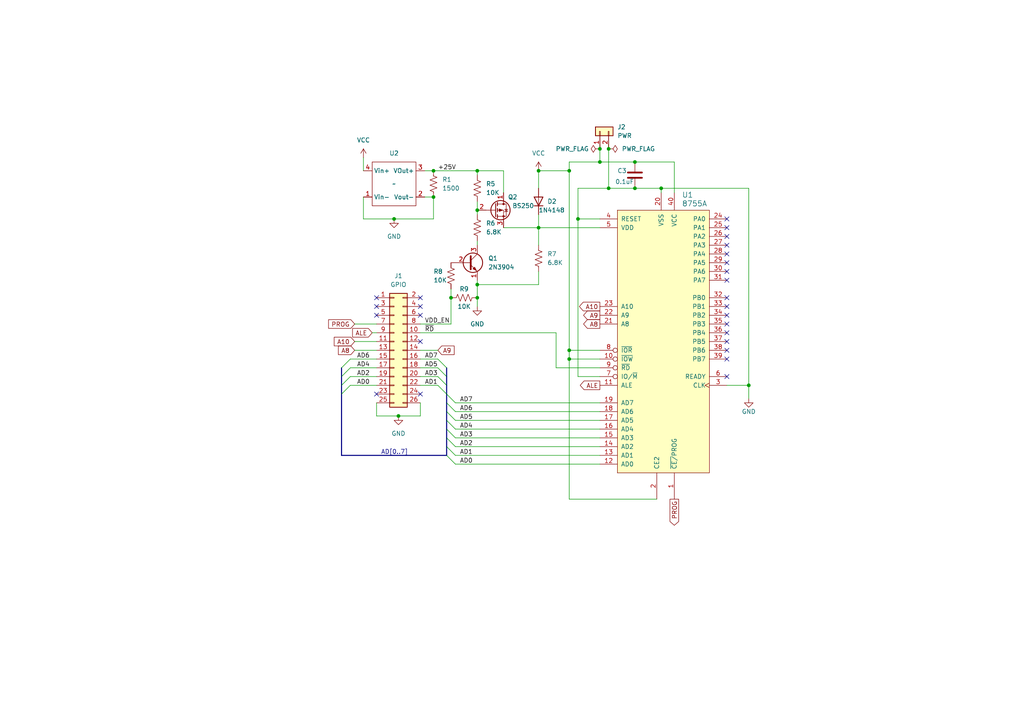
<source format=kicad_sch>
(kicad_sch (version 20230121) (generator eeschema)
  (paper "A4")
  (title_block (title "SDK-85 8755A EPROM Programmer") (date "2023-09-16") (company "Jim Shortz"))
  (lib_symbols
    (symbol "8088:8755A" (pin_names (offset 1.016))
      (property "Reference" "U" (at 0 0 0))
      (property "Value" "8755A" (at 0 2.54 0))
      (symbol "8755A_0_1"
        (rectangle (start 13.97 38.1) (end -12.7 -38.1) (fill (type background)))
      )
      (symbol "8755A_1_1"
        (pin input line (at 3.81 -45.72 90) (length 7.62) (name "~{CE/}PROG") (number "1"))
        (pin input inverted (at -17.78 -5.08 0) (length 5.08) (name "~{IOW}") (number "10"))
        (pin input line (at -17.78 -12.7 0) (length 5.08) (name "ALE") (number "11"))
        (pin bidirectional line (at -17.78 -35.56 0) (length 5.08) (name "AD0") (number "12"))
        (pin bidirectional line (at -17.78 -33.02 0) (length 5.08) (name "AD1") (number "13"))
        (pin bidirectional line (at -17.78 -30.48 0) (length 5.08) (name "AD2") (number "14"))
        (pin bidirectional line (at -17.78 -27.94 0) (length 5.08) (name "AD3") (number "15"))
        (pin bidirectional line (at -17.78 -25.4 0) (length 5.08) (name "AD4") (number "16"))
        (pin bidirectional line (at -17.78 -22.86 0) (length 5.08) (name "AD5") (number "17"))
        (pin bidirectional line (at -17.78 -20.32 0) (length 5.08) (name "AD6") (number "18"))
        (pin bidirectional line (at -17.78 -17.78 0) (length 5.08) (name "AD7") (number "19"))
        (pin input line (at -1.27 -45.72 90) (length 7.62) (name "CE2") (number "2"))
        (pin power_in line (at 0 43.18 270) (length 5.08) (name "VSS") (number "20"))
        (pin input line (at -17.78 5.08 0) (length 5.08) (name "A8") (number "21"))
        (pin input line (at -17.78 7.62 0) (length 5.08) (name "A9") (number "22"))
        (pin input line (at -17.78 10.16 0) (length 5.08) (name "A10") (number "23"))
        (pin bidirectional line (at 19.05 35.56 180) (length 5.08) (name "PA0") (number "24"))
        (pin bidirectional line (at 19.05 33.02 180) (length 5.08) (name "PA1") (number "25"))
        (pin bidirectional line (at 19.05 30.48 180) (length 5.08) (name "PA2") (number "26"))
        (pin bidirectional line (at 19.05 27.94 180) (length 5.08) (name "PA3") (number "27"))
        (pin bidirectional line (at 19.05 25.4 180) (length 5.08) (name "PA4") (number "28"))
        (pin bidirectional line (at 19.05 22.86 180) (length 5.08) (name "PA5") (number "29"))
        (pin input clock (at 19.05 -12.7 180) (length 5.08) (name "CLK") (number "3"))
        (pin bidirectional line (at 19.05 20.32 180) (length 5.08) (name "PA6") (number "30"))
        (pin bidirectional line (at 19.05 17.78 180) (length 5.08) (name "PA7") (number "31"))
        (pin bidirectional line (at 19.05 12.7 180) (length 5.08) (name "PB0") (number "32"))
        (pin bidirectional line (at 19.05 10.16 180) (length 5.08) (name "PB1") (number "33"))
        (pin bidirectional line (at 19.05 7.62 180) (length 5.08) (name "PB2") (number "34"))
        (pin bidirectional line (at 19.05 5.08 180) (length 5.08) (name "PB3") (number "35"))
        (pin bidirectional line (at 19.05 2.54 180) (length 5.08) (name "PB4") (number "36"))
        (pin bidirectional line (at 19.05 0 180) (length 5.08) (name "PB5") (number "37"))
        (pin bidirectional line (at 19.05 -2.54 180) (length 5.08) (name "PB6") (number "38"))
        (pin bidirectional line (at 19.05 -5.08 180) (length 5.08) (name "PB7") (number "39"))
        (pin input line (at -17.78 35.56 0) (length 5.08) (name "RESET") (number "4"))
        (pin power_in line (at 3.81 43.18 270) (length 5.08) (name "VCC") (number "40"))
        (pin power_in line (at -17.78 33.02 0) (length 5.08) (name "VDD") (number "5"))
        (pin tri_state line (at 19.05 -10.16 180) (length 5.08) (name "READY") (number "6"))
        (pin input inverted (at -17.78 -10.16 0) (length 5.08) (name "IO/~{M}") (number "7"))
        (pin input inverted (at -17.78 -2.54 0) (length 5.08) (name "~{IOR}") (number "8"))
        (pin input inverted (at -17.78 -7.62 0) (length 5.08) (name "~{RD}") (number "9"))
      )
    )
    (symbol "Connector_Generic:Conn_01x02" (pin_names (offset 1.016) hide)
      (property "Reference" "J" (at 0 2.54 0))
      (property "Value" "Conn_01x02" (at 0 -5.08 0))
      (symbol "Conn_01x02_1_1"
        (rectangle (start -1.27 -2.413) (end 0 -2.667) (stroke (width 0.1524)))
        (rectangle (start -1.27 0.127) (end 0 -0.127) (stroke (width 0.1524)))
        (rectangle (start -1.27 1.27) (end 1.27 -3.81) (stroke (width 0.254)) (fill (type background)))
        (pin passive line (at -5.08 0 0) (length 3.81) (name "Pin_1") (number "1"))
        (pin passive line (at -5.08 -2.54 0) (length 3.81) (name "Pin_2") (number "2"))
      )
    )
    (symbol "Connector_Generic:Conn_02x13_Odd_Even" (pin_names (offset 1.016) hide)
      (property "Reference" "J" (at 1.27 17.78 0))
      (property "Value" "Conn_02x13_Odd_Even" (at 1.27 -17.78 0))
      (symbol "Conn_02x13_Odd_Even_1_1"
        (rectangle (start -1.27 -15.113) (end 0 -15.367) (stroke (width 0.1524)))
        (rectangle (start -1.27 -12.573) (end 0 -12.827) (stroke (width 0.1524)))
        (rectangle (start -1.27 -10.033) (end 0 -10.287) (stroke (width 0.1524)))
        (rectangle (start -1.27 -7.493) (end 0 -7.747) (stroke (width 0.1524)))
        (rectangle (start -1.27 -4.953) (end 0 -5.207) (stroke (width 0.1524)))
        (rectangle (start -1.27 -2.413) (end 0 -2.667) (stroke (width 0.1524)))
        (rectangle (start -1.27 0.127) (end 0 -0.127) (stroke (width 0.1524)))
        (rectangle (start -1.27 2.667) (end 0 2.413) (stroke (width 0.1524)))
        (rectangle (start -1.27 5.207) (end 0 4.953) (stroke (width 0.1524)))
        (rectangle (start -1.27 7.747) (end 0 7.493) (stroke (width 0.1524)))
        (rectangle (start -1.27 10.287) (end 0 10.033) (stroke (width 0.1524)))
        (rectangle (start -1.27 12.827) (end 0 12.573) (stroke (width 0.1524)))
        (rectangle (start -1.27 15.367) (end 0 15.113) (stroke (width 0.1524)))
        (rectangle (start -1.27 16.51) (end 3.81 -16.51) (stroke (width 0.254)) (fill (type background)))
        (rectangle (start 3.81 -15.113) (end 2.54 -15.367) (stroke (width 0.1524)))
        (rectangle (start 3.81 -12.573) (end 2.54 -12.827) (stroke (width 0.1524)))
        (rectangle (start 3.81 -10.033) (end 2.54 -10.287) (stroke (width 0.1524)))
        (rectangle (start 3.81 -7.493) (end 2.54 -7.747) (stroke (width 0.1524)))
        (rectangle (start 3.81 -4.953) (end 2.54 -5.207) (stroke (width 0.1524)))
        (rectangle (start 3.81 -2.413) (end 2.54 -2.667) (stroke (width 0.1524)))
        (rectangle (start 3.81 0.127) (end 2.54 -0.127) (stroke (width 0.1524)))
        (rectangle (start 3.81 2.667) (end 2.54 2.413) (stroke (width 0.1524)))
        (rectangle (start 3.81 5.207) (end 2.54 4.953) (stroke (width 0.1524)))
        (rectangle (start 3.81 7.747) (end 2.54 7.493) (stroke (width 0.1524)))
        (rectangle (start 3.81 10.287) (end 2.54 10.033) (stroke (width 0.1524)))
        (rectangle (start 3.81 12.827) (end 2.54 12.573) (stroke (width 0.1524)))
        (rectangle (start 3.81 15.367) (end 2.54 15.113) (stroke (width 0.1524)))
        (pin passive line (at -5.08 15.24 0) (length 3.81) (name "Pin_1") (number "1"))
        (pin passive line (at 7.62 5.08 180) (length 3.81) (name "Pin_10") (number "10"))
        (pin passive line (at -5.08 2.54 0) (length 3.81) (name "Pin_11") (number "11"))
        (pin passive line (at 7.62 2.54 180) (length 3.81) (name "Pin_12") (number "12"))
        (pin passive line (at -5.08 0 0) (length 3.81) (name "Pin_13") (number "13"))
        (pin passive line (at 7.62 0 180) (length 3.81) (name "Pin_14") (number "14"))
        (pin passive line (at -5.08 -2.54 0) (length 3.81) (name "Pin_15") (number "15"))
        (pin passive line (at 7.62 -2.54 180) (length 3.81) (name "Pin_16") (number "16"))
        (pin passive line (at -5.08 -5.08 0) (length 3.81) (name "Pin_17") (number "17"))
        (pin passive line (at 7.62 -5.08 180) (length 3.81) (name "Pin_18") (number "18"))
        (pin passive line (at -5.08 -7.62 0) (length 3.81) (name "Pin_19") (number "19"))
        (pin passive line (at 7.62 15.24 180) (length 3.81) (name "Pin_2") (number "2"))
        (pin passive line (at 7.62 -7.62 180) (length 3.81) (name "Pin_20") (number "20"))
        (pin passive line (at -5.08 -10.16 0) (length 3.81) (name "Pin_21") (number "21"))
        (pin passive line (at 7.62 -10.16 180) (length 3.81) (name "Pin_22") (number "22"))
        (pin passive line (at -5.08 -12.7 0) (length 3.81) (name "Pin_23") (number "23"))
        (pin passive line (at 7.62 -12.7 180) (length 3.81) (name "Pin_24") (number "24"))
        (pin passive line (at -5.08 -15.24 0) (length 3.81) (name "Pin_25") (number "25"))
        (pin passive line (at 7.62 -15.24 180) (length 3.81) (name "Pin_26") (number "26"))
        (pin passive line (at -5.08 12.7 0) (length 3.81) (name "Pin_3") (number "3"))
        (pin passive line (at 7.62 12.7 180) (length 3.81) (name "Pin_4") (number "4"))
        (pin passive line (at -5.08 10.16 0) (length 3.81) (name "Pin_5") (number "5"))
        (pin passive line (at 7.62 10.16 180) (length 3.81) (name "Pin_6") (number "6"))
        (pin passive line (at -5.08 7.62 0) (length 3.81) (name "Pin_7") (number "7"))
        (pin passive line (at 7.62 7.62 180) (length 3.81) (name "Pin_8") (number "8"))
        (pin passive line (at -5.08 5.08 0) (length 3.81) (name "Pin_9") (number "9"))
      )
    )
    (symbol "Device:C" (pin_numbers hide) (pin_names (offset 0.254))
      (property "Reference" "C" (at 0.635 2.54 0))
      (property "Value" "C" (at 0.635 -2.54 0))
      (symbol "C_0_1"
        (polyline (pts (xy -2.032 -0.762) (xy 2.032 -0.762)) (stroke (width 0.508)))
        (polyline (pts (xy -2.032 0.762) (xy 2.032 0.762)) (stroke (width 0.508)))
      )
      (symbol "C_1_1"
        (pin passive line (at 0 3.81 270) (length 2.794) (name "~") (number "1"))
        (pin passive line (at 0 -3.81 90) (length 2.794) (name "~") (number "2"))
      )
    )
    (symbol "Device:R_US" (pin_numbers hide) (pin_names (offset 0))
      (property "Reference" "R" (at 2.54 0 90))
      (property "Value" "R_US" (at -2.54 0 90))
      (symbol "R_US_0_1"
        (polyline (pts (xy 0 -2.286) (xy 0 -2.54)))
        (polyline (pts (xy 0 2.286) (xy 0 2.54)))
        (polyline (pts (xy 0 -0.762) (xy 1.016 -1.143) (xy 0 -1.524) (xy -1.016 -1.905) (xy 0 -2.286)))
        (polyline (pts (xy 0 0.762) (xy 1.016 0.381) (xy 0 0) (xy -1.016 -0.381) (xy 0 -0.762)))
        (polyline (pts (xy 0 2.286) (xy 1.016 1.905) (xy 0 1.524) (xy -1.016 1.143) (xy 0 0.762)))
      )
      (symbol "R_US_1_1"
        (pin passive line (at 0 3.81 270) (length 1.27) (name "~") (number "1"))
        (pin passive line (at 0 -3.81 90) (length 1.27) (name "~") (number "2"))
      )
    )
    (symbol "Diode:1N4148" (pin_numbers hide) (pin_names hide)
      (property "Reference" "D" (at 0 2.54 0))
      (property "Value" "1N4148" (at 0 -2.54 0))
      (symbol "1N4148_0_1"
        (polyline (pts (xy -1.27 1.27) (xy -1.27 -1.27)) (stroke (width 0.254)))
        (polyline (pts (xy 1.27 0) (xy -1.27 0)))
        (polyline (pts (xy 1.27 1.27) (xy 1.27 -1.27) (xy -1.27 0) (xy 1.27 1.27)) (stroke (width 0.254)))
      )
      (symbol "1N4148_1_1"
        (pin passive line (at -3.81 0 0) (length 2.54) (name "K") (number "1"))
        (pin passive line (at 3.81 0 180) (length 2.54) (name "A") (number "2"))
      )
    )
    (symbol "Transistor_BJT:2N3904" (pin_names (offset 0) hide)
      (property "Reference" "Q" (at 5.08 1.905 0))
      (property "Value" "2N3904" (at 5.08 0 0))
      (symbol "2N3904_0_1"
        (polyline (pts (xy 0.635 0.635) (xy 2.54 2.54)))
        (polyline (pts (xy 0.635 -0.635) (xy 2.54 -2.54) (xy 2.54 -2.54)))
        (polyline (pts (xy 0.635 1.905) (xy 0.635 -1.905) (xy 0.635 -1.905)) (stroke (width 0.508)))
        (polyline (pts (xy 1.27 -1.778) (xy 1.778 -1.27) (xy 2.286 -2.286) (xy 1.27 -1.778) (xy 1.27 -1.778)) (fill (type outline)))
        (circle (center 1.27 0) (radius 2.8194) (stroke (width 0.254)))
      )
      (symbol "2N3904_1_1"
        (pin passive line (at 2.54 -5.08 90) (length 2.54) (name "E") (number "1"))
        (pin passive line (at -5.08 0 0) (length 5.715) (name "B") (number "2"))
        (pin passive line (at 2.54 5.08 270) (length 2.54) (name "C") (number "3"))
      )
    )
    (symbol "Transistor_FET:BS250" (pin_names hide)
      (property "Reference" "Q" (at 5.08 1.905 0))
      (property "Value" "BS250" (at 5.08 0 0))
      (symbol "BS250_0_1"
        (polyline (pts (xy 0.254 0) (xy -2.54 0)))
        (polyline (pts (xy 0.254 1.905) (xy 0.254 -1.905)) (stroke (width 0.254)))
        (polyline (pts (xy 0.762 -1.27) (xy 0.762 -2.286)) (stroke (width 0.254)))
        (polyline (pts (xy 0.762 0.508) (xy 0.762 -0.508)) (stroke (width 0.254)))
        (polyline (pts (xy 0.762 2.286) (xy 0.762 1.27)) (stroke (width 0.254)))
        (polyline (pts (xy 2.54 2.54) (xy 2.54 1.778)))
        (polyline (pts (xy 2.54 -2.54) (xy 2.54 0) (xy 0.762 0)))
        (polyline (pts (xy 0.762 1.778) (xy 3.302 1.778) (xy 3.302 -1.778) (xy 0.762 -1.778)))
        (polyline (pts (xy 2.286 0) (xy 1.27 0.381) (xy 1.27 -0.381) (xy 2.286 0)) (fill (type outline)))
        (polyline (pts (xy 2.794 -0.508) (xy 2.921 -0.381) (xy 3.683 -0.381) (xy 3.81 -0.254)))
        (polyline (pts (xy 3.302 -0.381) (xy 2.921 0.254) (xy 3.683 0.254) (xy 3.302 -0.381)))
        (circle (center 1.651 0) (radius 2.794) (stroke (width 0.254)))
        (circle (center 2.54 -1.778) (radius 0.254) (fill (type outline)))
        (circle (center 2.54 1.778) (radius 0.254) (fill (type outline)))
      )
      (symbol "BS250_1_1"
        (pin passive line (at 2.54 5.08 270) (length 2.54) (name "D") (number "1"))
        (pin input line (at -5.08 0 0) (length 2.54) (name "G") (number "2"))
        (pin passive line (at 2.54 -5.08 90) (length 2.54) (name "S") (number "3"))
      )
    )
    (symbol "parts:MT3608_Module"
      (property "Reference" "U" (at 0 7.62 0))
      (symbol "MT3608_Module_0_1"
        (rectangle (start -6.35 6.35) (end 6.35 -6.35))
      )
      (symbol "MT3608_Module_1_1"
        (pin power_in line (at -8.89 -3.81 0) (length 2.54) (name "Vin-") (number "1"))
        (pin power_out line (at 8.89 -3.81 180) (length 2.54) (name "Vout-") (number "2"))
        (pin power_out line (at 8.89 3.81 180) (length 2.54) (name "VOut+") (number "3"))
        (pin power_in line (at -8.89 3.81 0) (length 2.54) (name "Vin+") (number "4"))
      )
    )
    (symbol "power:GND" (power) (pin_names (offset 0))
      (property "Value" "GND" (at 0 -3.81 0))
      (symbol "GND_0_1"
        (polyline (pts (xy 0 0) (xy 0 -1.27) (xy 1.27 -1.27) (xy 0 -2.54) (xy -1.27 -1.27) (xy 0 -1.27)))
      )
      (symbol "GND_1_1"
        (pin power_in line (at 0 0 270) (length 0) hide (name "GND") (number "1"))
      )
    )
    (symbol "power:PWR_FLAG" (power) (pin_numbers hide) (pin_names (offset 0) hide)
      (property "Value" "PWR_FLAG" (at 0 3.81 0))
      (symbol "PWR_FLAG_0_0"
        (pin power_out line (at 0 0 90) (length 0) (name "pwr") (number "1"))
      )
      (symbol "PWR_FLAG_0_1"
        (polyline (pts (xy 0 0) (xy 0 1.27) (xy -1.016 1.905) (xy 0 2.54) (xy 1.016 1.905) (xy 0 1.27)))
      )
    )
    (symbol "power:VCC" (power) (pin_names (offset 0))
      (property "Value" "VCC" (at 0 3.81 0))
      (symbol "VCC_0_1"
        (polyline (pts (xy -0.762 1.27) (xy 0 2.54)))
        (polyline (pts (xy 0 0) (xy 0 2.54)))
        (polyline (pts (xy 0 2.54) (xy 0.762 1.27)))
      )
      (symbol "VCC_1_1"
        (pin power_in line (at 0 0 90) (length 0) hide (name "VCC") (number "1"))
      )
    )
  )
  (junction (at 156.21 66.04))
  (junction (at 217.17 111.76))
  (junction (at 165.1 49.53))
  (junction (at 165.1 101.6))
  (junction (at 138.43 49.53))
  (junction (at 176.53 54.61))
  (junction (at 184.15 54.61))
  (junction (at 125.73 57.15))
  (junction (at 138.43 86.36))
  (junction (at 173.99 46.99))
  (junction (at 165.1 104.14))
  (junction (at 130.81 86.36))
  (junction (at 156.21 49.53))
  (junction (at 138.43 82.55))
  (junction (at 125.73 49.53))
  (junction (at 176.53 43.18))
  (junction (at 191.77 54.61))
  (junction (at 184.15 46.99))
  (junction (at 173.99 43.18))
  (junction (at 115.57 120.65))
  (junction (at 138.43 60.96))
  (junction (at 167.64 63.5))
  (junction (at 114.3 63.5))
  (no_connect (at 121.92 86.36))
  (no_connect (at 210.82 63.5))
  (no_connect (at 210.82 68.58))
  (no_connect (at 121.92 88.9))
  (no_connect (at 109.22 88.9))
  (no_connect (at 121.92 91.44))
  (no_connect (at 210.82 66.04))
  (no_connect (at 210.82 71.12))
  (no_connect (at 121.92 114.3))
  (no_connect (at 210.82 86.36))
  (no_connect (at 109.22 114.3))
  (no_connect (at 210.82 96.52))
  (no_connect (at 210.82 81.28))
  (no_connect (at 210.82 88.9))
  (no_connect (at 210.82 99.06))
  (no_connect (at 210.82 78.74))
  (no_connect (at 210.82 76.2))
  (no_connect (at 210.82 91.44))
  (no_connect (at 210.82 93.98))
  (no_connect (at 210.82 73.66))
  (no_connect (at 210.82 109.22))
  (no_connect (at 210.82 101.6))
  (no_connect (at 210.82 104.14))
  (no_connect (at 121.92 99.06))
  (no_connect (at 109.22 86.36))
  (no_connect (at 109.22 91.44))
  (bus_entry (at 99.06 109.22) (size 2.54 -2.54))
  (bus_entry (at 127 106.68) (size 2.54 2.54))
  (bus_entry (at 127 109.22) (size 2.54 2.54))
  (bus_entry (at 129.54 116.84) (size 2.54 2.54))
  (bus_entry (at 129.54 127) (size 2.54 2.54))
  (bus_entry (at 129.54 124.46) (size 2.54 2.54))
  (bus_entry (at 129.54 119.38) (size 2.54 2.54))
  (bus_entry (at 129.54 121.92) (size 2.54 2.54))
  (bus_entry (at 129.54 114.3) (size 2.54 2.54))
  (bus_entry (at 99.06 111.76) (size 2.54 -2.54))
  (bus_entry (at 99.06 114.3) (size 2.54 -2.54))
  (bus_entry (at 127 104.14) (size 2.54 2.54))
  (bus_entry (at 129.54 129.54) (size 2.54 2.54))
  (bus_entry (at 127 111.76) (size 2.54 2.54))
  (bus_entry (at 129.54 132.08) (size 2.54 2.54))
  (bus_entry (at 99.06 106.68) (size 2.54 -2.54))
  (wire (pts (xy 121.92 104.14) (xy 127 104.14)))
  (wire (pts (xy 121.92 109.22) (xy 127 109.22)))
  (wire (pts (xy 132.08 127) (xy 173.99 127)))
  (wire (pts (xy 156.21 71.12) (xy 156.21 66.04)))
  (wire (pts (xy 161.29 106.68) (xy 173.99 106.68)))
  (wire (pts (xy 191.77 54.61) (xy 191.77 55.88)))
  (wire (pts (xy 121.92 111.76) (xy 127 111.76)))
  (wire (pts (xy 217.17 115.57) (xy 217.17 111.76)))
  (wire (pts (xy 165.1 49.53) (xy 165.1 101.6)))
  (wire (pts (xy 156.21 78.74) (xy 156.21 82.55)))
  (wire (pts (xy 173.99 41.91) (xy 173.99 43.18)))
  (wire (pts (xy 217.17 54.61) (xy 217.17 111.76)))
  (wire (pts (xy 132.08 116.84) (xy 173.99 116.84)))
  (wire (pts (xy 173.99 46.99) (xy 184.15 46.99)))
  (bus (pts (xy 129.54 111.76) (xy 129.54 114.3)))
  (wire (pts (xy 109.22 120.65) (xy 115.57 120.65)))
  (wire (pts (xy 167.64 63.5) (xy 167.64 109.22)))
  (wire (pts (xy 101.6 104.14) (xy 109.22 104.14)))
  (wire (pts (xy 176.53 54.61) (xy 184.15 54.61)))
  (wire (pts (xy 121.92 93.98) (xy 130.81 93.98)))
  (wire (pts (xy 130.81 93.98) (xy 130.81 86.36)))
  (bus (pts (xy 129.54 109.22) (xy 129.54 111.76)))
  (wire (pts (xy 138.43 49.53) (xy 146.05 49.53)))
  (wire (pts (xy 165.1 144.78) (xy 190.5 144.78)))
  (wire (pts (xy 125.73 63.5) (xy 125.73 57.15)))
  (wire (pts (xy 195.58 46.99) (xy 195.58 55.88)))
  (wire (pts (xy 138.43 82.55) (xy 156.21 82.55)))
  (wire (pts (xy 132.08 134.62) (xy 173.99 134.62)))
  (wire (pts (xy 132.08 121.92) (xy 173.99 121.92)))
  (wire (pts (xy 132.08 132.08) (xy 173.99 132.08)))
  (wire (pts (xy 165.1 101.6) (xy 173.99 101.6)))
  (wire (pts (xy 165.1 104.14) (xy 173.99 104.14)))
  (wire (pts (xy 132.08 129.54) (xy 173.99 129.54)))
  (wire (pts (xy 105.41 57.15) (xy 105.41 63.5)))
  (wire (pts (xy 184.15 46.99) (xy 195.58 46.99)))
  (wire (pts (xy 121.92 106.68) (xy 127 106.68)))
  (wire (pts (xy 105.41 63.5) (xy 114.3 63.5)))
  (wire (pts (xy 156.21 49.53) (xy 165.1 49.53)))
  (wire (pts (xy 138.43 88.9) (xy 138.43 86.36)))
  (wire (pts (xy 132.08 119.38) (xy 173.99 119.38)))
  (wire (pts (xy 167.64 109.22) (xy 173.99 109.22)))
  (wire (pts (xy 121.92 116.84) (xy 121.92 120.65)))
  (bus (pts (xy 99.06 132.08) (xy 129.54 132.08)))
  (bus (pts (xy 129.54 106.68) (xy 129.54 109.22)))
  (wire (pts (xy 167.64 54.61) (xy 167.64 63.5)))
  (wire (pts (xy 125.73 49.53) (xy 138.43 49.53)))
  (wire (pts (xy 125.73 57.15) (xy 123.19 57.15)))
  (wire (pts (xy 167.64 63.5) (xy 173.99 63.5)))
  (wire (pts (xy 132.08 124.46) (xy 173.99 124.46)))
  (wire (pts (xy 165.1 46.99) (xy 173.99 46.99)))
  (wire (pts (xy 146.05 49.53) (xy 146.05 55.88)))
  (wire (pts (xy 138.43 82.55) (xy 138.43 86.36)))
  (wire (pts (xy 156.21 66.04) (xy 173.99 66.04)))
  (bus (pts (xy 99.06 109.22) (xy 99.06 111.76)))
  (bus (pts (xy 129.54 121.92) (xy 129.54 124.46)))
  (bus (pts (xy 99.06 106.68) (xy 99.06 109.22)))
  (bus (pts (xy 99.06 114.3) (xy 99.06 132.08)))
  (wire (pts (xy 138.43 81.28) (xy 138.43 82.55)))
  (wire (pts (xy 101.6 109.22) (xy 109.22 109.22)))
  (wire (pts (xy 101.6 106.68) (xy 109.22 106.68)))
  (wire (pts (xy 109.22 116.84) (xy 109.22 120.65)))
  (bus (pts (xy 129.54 119.38) (xy 129.54 121.92)))
  (wire (pts (xy 115.57 120.65) (xy 121.92 120.65)))
  (bus (pts (xy 129.54 114.3) (xy 129.54 116.84)))
  (bus (pts (xy 129.54 124.46) (xy 129.54 127)))
  (wire (pts (xy 123.19 49.53) (xy 125.73 49.53)))
  (wire (pts (xy 165.1 101.6) (xy 165.1 104.14)))
  (wire (pts (xy 138.43 71.12) (xy 138.43 69.85)))
  (wire (pts (xy 138.43 49.53) (xy 138.43 50.8)))
  (wire (pts (xy 184.15 54.61) (xy 191.77 54.61)))
  (bus (pts (xy 99.06 111.76) (xy 99.06 114.3)))
  (wire (pts (xy 107.95 96.52) (xy 109.22 96.52)))
  (wire (pts (xy 165.1 46.99) (xy 165.1 49.53)))
  (wire (pts (xy 138.43 58.42) (xy 138.43 60.96)))
  (wire (pts (xy 165.1 104.14) (xy 165.1 144.78)))
  (wire (pts (xy 161.29 96.52) (xy 161.29 106.68)))
  (wire (pts (xy 102.87 99.06) (xy 109.22 99.06)))
  (wire (pts (xy 156.21 62.23) (xy 156.21 66.04)))
  (wire (pts (xy 130.81 86.36) (xy 130.81 83.82)))
  (wire (pts (xy 210.82 111.76) (xy 217.17 111.76)))
  (wire (pts (xy 176.53 43.18) (xy 176.53 54.61)))
  (wire (pts (xy 121.92 101.6) (xy 127 101.6)))
  (wire (pts (xy 146.05 66.04) (xy 156.21 66.04)))
  (wire (pts (xy 121.92 96.52) (xy 161.29 96.52)))
  (wire (pts (xy 167.64 54.61) (xy 176.53 54.61)))
  (bus (pts (xy 129.54 116.84) (xy 129.54 119.38)))
  (wire (pts (xy 101.6 111.76) (xy 109.22 111.76)))
  (wire (pts (xy 105.41 45.72) (xy 105.41 49.53)))
  (wire (pts (xy 173.99 43.18) (xy 173.99 46.99)))
  (wire (pts (xy 138.43 60.96) (xy 138.43 62.23)))
  (bus (pts (xy 129.54 129.54) (xy 129.54 132.08)))
  (wire (pts (xy 102.87 101.6) (xy 109.22 101.6)))
  (wire (pts (xy 176.53 41.91) (xy 176.53 43.18)))
  (wire (pts (xy 156.21 49.53) (xy 156.21 54.61)))
  (wire (pts (xy 191.77 54.61) (xy 217.17 54.61)))
  (wire (pts (xy 114.3 63.5) (xy 125.73 63.5)))
  (bus (pts (xy 129.54 127) (xy 129.54 129.54)))
  (wire (pts (xy 102.87 93.98) (xy 109.22 93.98)))
  (label "AD1" (at 123.19 111.76 0))
  (label "~{RD}" (at 123.19 96.52 0))
  (label "AD7" (at 133.35 116.84 0))
  (label "AD[0..7]" (at 110.49 132.08 0))
  (label "AD0" (at 133.35 134.62 0))
  (label "AD5" (at 133.35 121.92 0))
  (label "AD5" (at 123.19 106.68 0))
  (label "AD2" (at 133.35 129.54 0))
  (label "AD0" (at 103.505 111.76 0))
  (label "VDD_EN" (at 123.19 93.98 0))
  (label "AD3" (at 123.19 109.22 0))
  (label "AD3" (at 133.35 127 0))
  (label "AD7" (at 123.19 104.14 0))
  (label "AD4" (at 133.35 124.46 0))
  (label "AD6" (at 103.505 104.14 0))
  (label "AD6" (at 133.35 119.38 0))
  (label "AD1" (at 133.35 132.08 0))
  (label "AD4" (at 103.505 106.68 0))
  (label "AD2" (at 103.505 109.22 0))
  (label "+25V" (at 127 49.53 0))
  (global_label "A10" (shape output) (at 173.99 88.9 180) (property "Intersheetrefs" "${INTERSHEET_REFS}" (effects hide)))
  (global_label "A9" (shape input) (at 127 101.6 0) (property "Intersheetrefs" "${INTERSHEET_REFS}" (effects hide)))
  (global_label "A10" (shape input) (at 102.87 99.06 180) (property "Intersheetrefs" "${INTERSHEET_REFS}" (effects hide)))
  (global_label "PROG" (shape input) (at 102.87 93.98 180) (property "Intersheetrefs" "${INTERSHEET_REFS}" (effects hide)))
  (global_label "A9" (shape output) (at 173.99 91.44 180) (property "Intersheetrefs" "${INTERSHEET_REFS}" (effects hide)))
  (global_label "ALE" (shape output) (at 173.99 111.76 180) (property "Intersheetrefs" "${INTERSHEET_REFS}" (effects hide)))
  (global_label "A8" (shape input) (at 102.87 101.6 180) (property "Intersheetrefs" "${INTERSHEET_REFS}" (effects hide)))
  (global_label "ALE" (shape input) (at 107.95 96.52 180) (property "Intersheetrefs" "${INTERSHEET_REFS}" (effects hide)))
  (global_label "A8" (shape output) (at 173.99 93.98 180) (property "Intersheetrefs" "${INTERSHEET_REFS}" (effects hide)))
  (global_label "PROG" (shape output) (at 195.58 144.78 270) (property "Intersheetrefs" "${INTERSHEET_REFS}" (effects hide)))
  (symbol (lib_id "Device:R_US") (at 125.73 53.34 180) (unit 1)
    (property "Reference" "R1" (at 128.27 52.07 0) (effects (justify right)))
    (property "Value" "1500" (at 128.27 54.61 0) (effects (justify right)))
    (property "Footprint" "Resistor_THT:R_Axial_DIN0207_L6.3mm_D2.5mm_P10.16mm_Horizontal" (effects hide))
  )
  (symbol (lib_id "Diode:1N4148") (at 156.21 58.42 90) (unit 1)
    (property "Reference" "D2" (at 158.75 58.42 90) (effects (justify right)))
    (property "Value" "1N4148" (at 156.21 60.96 90) (effects (justify right)))
    (property "Footprint" "Diode_THT:D_DO-41_SOD81_P7.62mm_Horizontal" (effects hide))
    (property "Datasheet" "https://assets.nexperia.com/documents/data-sheet/1N4148_1N4448.pdf" (effects hide))
    (property "Sim.Device" "D" (effects hide))
    (property "Sim.Pins" "1=K 2=A" (effects hide))
  )
  (symbol (lib_id "Device:R_US") (at 156.21 74.93 180) (unit 1)
    (property "Reference" "R7" (at 158.75 73.66 0) (effects (justify right)))
    (property "Value" "6.8K" (at 158.75 76.2 0) (effects (justify right)))
    (property "Footprint" "Resistor_THT:R_Axial_DIN0207_L6.3mm_D2.5mm_P10.16mm_Horizontal" (effects hide))
  )
  (symbol (lib_id "power:VCC") (at 156.21 49.53 0) (unit 1)
    (property "Reference" "#PWR03" (effects hide))
    (property "Value" "VCC" (at 156.21 44.45 0))
  )
  (symbol (lib_id "power:PWR_FLAG") (at 176.53 43.18 270) (unit 1)
    (property "Reference" "#FLG01" (effects hide))
    (property "Value" "PWR_FLAG" (at 180.34 43.18 90) (effects (justify left)))
  )
  (symbol (lib_id "Transistor_BJT:2N3904") (at 135.89 76.2 0) (unit 1)
    (property "Reference" "Q1" (at 141.605 74.93 0) (effects (justify left)))
    (property "Value" "2N3904" (at 141.605 77.47 0) (effects (justify left)))
    (property "Footprint" "Package_TO_SOT_THT:TO-92_Inline" (effects hide))
    (property "Datasheet" "https://www.onsemi.com/pub/Collateral/2N3903-D.PDF" (effects hide))
  )
  (symbol (lib_id "Device:R_US") (at 130.81 80.01 180) (unit 1)
    (property "Reference" "R8" (at 125.73 78.74 0) (effects (justify right)))
    (property "Value" "10K" (at 125.73 81.28 0) (effects (justify right)))
    (property "Footprint" "Resistor_THT:R_Axial_DIN0207_L6.3mm_D2.5mm_P10.16mm_Horizontal" (effects hide))
  )
  (symbol (lib_id "Device:R_US") (at 138.43 66.04 180) (unit 1)
    (property "Reference" "R6" (at 140.97 64.77 0) (effects (justify right)))
    (property "Value" "6.8K" (at 140.97 67.31 0) (effects (justify right)))
    (property "Footprint" "Resistor_THT:R_Axial_DIN0207_L6.3mm_D2.5mm_P10.16mm_Horizontal" (effects hide))
  )
  (symbol (lib_id "power:GND") (at 115.57 120.65 0) (unit 1)
    (property "Reference" "#PWR08" (effects hide))
    (property "Value" "GND" (at 115.57 125.73 0))
  )
  (symbol (lib_id "Device:R_US") (at 138.43 54.61 180) (unit 1)
    (property "Reference" "R5" (at 140.97 53.34 0) (effects (justify right)))
    (property "Value" "10K" (at 140.97 55.88 0) (effects (justify right)))
    (property "Footprint" "Resistor_THT:R_Axial_DIN0207_L6.3mm_D2.5mm_P10.16mm_Horizontal" (effects hide))
  )
  (symbol (lib_id "power:GND") (at 114.3 63.5 0) (unit 1)
    (property "Reference" "#PWR05" (effects hide))
    (property "Value" "GND" (at 114.3 68.58 0))
  )
  (symbol (lib_id "Transistor_FET:BS250") (at 143.51 60.96 0) (unit 1)
    (property "Reference" "Q2" (at 147.32 57.15 0) (effects (justify left)))
    (property "Value" "BS250" (at 148.59 59.69 0) (effects (justify left)))
    (property "Footprint" "Package_TO_SOT_THT:TO-92_Inline" (effects hide))
    (property "Datasheet" "http://www.vishay.com/docs/70209/70209.pdf" (effects hide))
  )
  (symbol (lib_id "Device:R_US") (at 134.62 86.36 90) (unit 1)
    (property "Reference" "R9" (at 134.62 83.82 90))
    (property "Value" "10K" (at 134.62 88.9 90))
    (property "Footprint" "Resistor_THT:R_Axial_DIN0207_L6.3mm_D2.5mm_P10.16mm_Horizontal" (effects hide))
  )
  (symbol (lib_id "parts:MT3608_Module") (at 114.3 53.34 0) (unit 1)
    (property "Reference" "U2" (at 114.3 44.45 0))
    (property "Value" "~" (at 114.3 53.34 0))
    (property "Footprint" "parts:MT3608_Module" (effects hide))
  )
  (symbol (lib_id "8088:8755A") (at 191.77 99.06 0) (unit 1)
    (property "Reference" "U1" (at 197.7741 56.515 0) (effects (font (size 1.524 1.524)) (justify left)))
    (property "Value" "8755A" (at 197.7741 59.055 0) (effects (font (size 1.524 1.524)) (justify left)))
    (property "Footprint" "Socket:3M_Textool_240-1288-00-0602J_2x20_P2.54mm" (effects hide))
  )
  (symbol (lib_id "power:PWR_FLAG") (at 173.99 43.18 90) (unit 1)
    (property "Reference" "#FLG02" (effects hide))
    (property "Value" "PWR_FLAG" (at 170.815 43.18 90) (effects (justify left)))
  )
  (symbol (lib_id "power:GND") (at 217.17 115.57 0) (unit 1)
    (property "Reference" "#PWR04" (effects hide))
    (property "Value" "GND" (at 217.17 119.38 0))
  )
  (symbol (lib_id "Device:C") (at 184.15 50.8 0) (unit 1)
    (property "Reference" "C3" (at 179.07 49.53 0) (effects (justify left)))
    (property "Value" "0.1uF" (at 178.435 52.705 0) (effects (justify left)))
    (property "Footprint" "Capacitor_THT:C_Disc_D9.0mm_W2.5mm_P5.00mm" (effects hide))
  )
  (symbol (lib_id "Connector_Generic:Conn_02x13_Odd_Even") (at 114.3 101.6 0) (unit 1)
    (property "Reference" "J1" (at 115.57 80.01 0))
    (property "Value" "GPIO" (at 115.57 82.55 0))
    (property "Footprint" "Connector_PinHeader_2.54mm:PinHeader_2x13_P2.54mm_Vertical" (effects hide))
  )
  (symbol (lib_id "Connector_Generic:Conn_01x02") (at 173.99 38.1 90) (unit 1)
    (property "Reference" "J2" (at 179.07 36.83 90) (effects (justify right)))
    (property "Value" "PWR" (at 179.07 39.37 90) (effects (justify right)))
    (property "Footprint" "Connector_PinHeader_2.54mm:PinHeader_1x02_P2.54mm_Vertical" (effects hide))
  )
  (symbol (lib_id "power:GND") (at 138.43 88.9 0) (unit 1)
    (property "Reference" "#PWR011" (effects hide))
    (property "Value" "GND" (at 138.43 93.98 0))
  )
  (symbol (lib_id "power:VCC") (at 105.41 45.72 0) (unit 1)
    (property "Reference" "#PWR02" (effects hide))
    (property "Value" "VCC" (at 105.41 40.64 0))
  )
)
</source>
